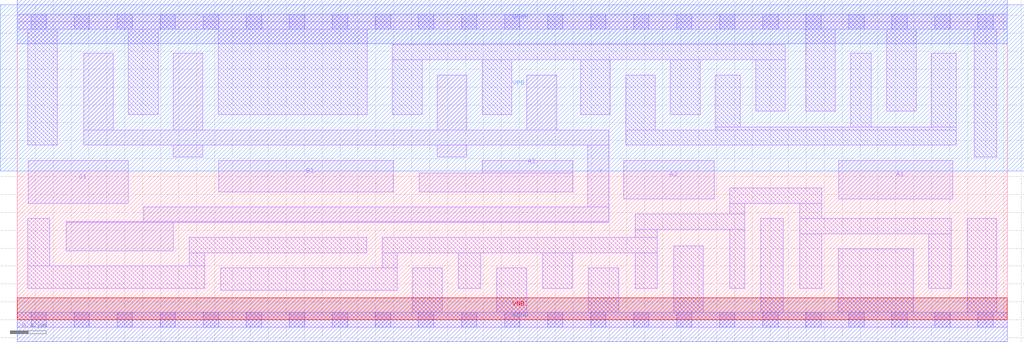
<source format=lef>
# Copyright 2020 The SkyWater PDK Authors
#
# Licensed under the Apache License, Version 2.0 (the "License");
# you may not use this file except in compliance with the License.
# You may obtain a copy of the License at
#
#     https://www.apache.org/licenses/LICENSE-2.0
#
# Unless required by applicable law or agreed to in writing, software
# distributed under the License is distributed on an "AS IS" BASIS,
# WITHOUT WARRANTIES OR CONDITIONS OF ANY KIND, either express or implied.
# See the License for the specific language governing permissions and
# limitations under the License.
#
# SPDX-License-Identifier: Apache-2.0

VERSION 5.7 ;
  NOWIREEXTENSIONATPIN ON ;
  DIVIDERCHAR "/" ;
  BUSBITCHARS "[]" ;
MACRO sky130_fd_sc_ls__o311ai_4
  CLASS CORE ;
  FOREIGN sky130_fd_sc_ls__o311ai_4 ;
  ORIGIN  0.000000  0.000000 ;
  SIZE  11.04000 BY  3.330000 ;
  SYMMETRY X Y ;
  SITE unit ;
  PIN A1
    ANTENNAGATEAREA  1.116000 ;
    DIRECTION INPUT ;
    USE SIGNAL ;
    PORT
      LAYER li1 ;
        RECT 9.165000 1.350000 10.435000 1.780000 ;
    END
  END A1
  PIN A2
    ANTENNAGATEAREA  1.116000 ;
    DIRECTION INPUT ;
    USE SIGNAL ;
    PORT
      LAYER li1 ;
        RECT 6.765000 1.350000 7.775000 1.780000 ;
    END
  END A2
  PIN A3
    ANTENNAGATEAREA  1.116000 ;
    DIRECTION INPUT ;
    USE SIGNAL ;
    PORT
      LAYER li1 ;
        RECT 4.485000 1.430000 6.195000 1.640000 ;
        RECT 5.185000 1.640000 6.195000 1.780000 ;
    END
  END A3
  PIN B1
    ANTENNAGATEAREA  0.780000 ;
    DIRECTION INPUT ;
    USE SIGNAL ;
    PORT
      LAYER li1 ;
        RECT 2.245000 1.430000 4.195000 1.780000 ;
    END
  END B1
  PIN C1
    ANTENNAGATEAREA  0.780000 ;
    DIRECTION INPUT ;
    USE SIGNAL ;
    PORT
      LAYER li1 ;
        RECT 0.125000 1.300000 1.240000 1.780000 ;
    END
  END C1
  PIN VNB
    PORT
      LAYER pwell ;
        RECT 0.000000 0.000000 11.040000 0.245000 ;
    END
  END VNB
  PIN VPB
    PORT
      LAYER nwell ;
        RECT -0.190000 1.660000 11.230000 3.520000 ;
    END
  END VPB
  PIN Y
    ANTENNADIFFAREA  2.271700 ;
    DIRECTION OUTPUT ;
    USE SIGNAL ;
    PORT
      LAYER li1 ;
        RECT 0.545000 0.770000 1.740000 1.090000 ;
        RECT 0.545000 1.090000 6.595000 1.100000 ;
        RECT 0.740000 1.950000 6.595000 2.120000 ;
        RECT 0.740000 2.120000 1.070000 2.980000 ;
        RECT 1.410000 1.100000 6.595000 1.260000 ;
        RECT 1.740000 1.820000 2.070000 1.950000 ;
        RECT 1.740000 2.120000 2.070000 2.980000 ;
        RECT 4.685000 1.820000 5.015000 1.950000 ;
        RECT 4.685000 2.120000 5.015000 2.735000 ;
        RECT 5.685000 2.120000 6.015000 2.735000 ;
        RECT 6.365000 1.260000 6.595000 1.950000 ;
    END
  END Y
  PIN VGND
    DIRECTION INOUT ;
    SHAPE ABUTMENT ;
    USE GROUND ;
    PORT
      LAYER met1 ;
        RECT 0.000000 -0.245000 11.040000 0.245000 ;
    END
  END VGND
  PIN VPWR
    DIRECTION INOUT ;
    SHAPE ABUTMENT ;
    USE POWER ;
    PORT
      LAYER met1 ;
        RECT 0.000000 3.085000 11.040000 3.575000 ;
    END
  END VPWR
  OBS
    LAYER li1 ;
      RECT  0.000000 -0.085000 11.040000 0.085000 ;
      RECT  0.000000  3.245000 11.040000 3.415000 ;
      RECT  0.115000  0.350000  2.090000 0.600000 ;
      RECT  0.115000  0.600000  0.365000 1.130000 ;
      RECT  0.115000  1.950000  0.445000 3.245000 ;
      RECT  1.240000  2.290000  1.570000 3.245000 ;
      RECT  1.920000  0.600000  2.090000 0.750000 ;
      RECT  1.920000  0.750000  3.900000 0.920000 ;
      RECT  2.240000  2.290000  3.905000 3.245000 ;
      RECT  2.270000  0.330000  4.240000 0.580000 ;
      RECT  4.070000  0.580000  4.240000 0.750000 ;
      RECT  4.070000  0.750000  7.140000 0.920000 ;
      RECT  4.185000  2.290000  4.515000 2.905000 ;
      RECT  4.185000  2.905000  8.565000 3.075000 ;
      RECT  4.410000  0.085000  4.740000 0.580000 ;
      RECT  4.920000  0.350000  5.170000 0.750000 ;
      RECT  5.185000  2.290000  5.515000 2.905000 ;
      RECT  5.350000  0.085000  5.680000 0.580000 ;
      RECT  5.860000  0.350000  6.190000 0.750000 ;
      RECT  6.285000  2.290000  6.615000 2.905000 ;
      RECT  6.370000  0.085000  6.710000 0.580000 ;
      RECT  6.785000  1.950000 10.475000 2.120000 ;
      RECT  6.785000  2.120000  7.115000 2.735000 ;
      RECT  6.890000  0.350000  7.140000 0.750000 ;
      RECT  6.890000  0.920000  7.140000 1.010000 ;
      RECT  6.890000  1.010000  8.115000 1.180000 ;
      RECT  7.285000  2.290000  7.615000 2.905000 ;
      RECT  7.320000  0.085000  7.650000 0.825000 ;
      RECT  7.785000  2.120000 10.475000 2.150000 ;
      RECT  7.785000  2.150000  8.065000 2.735000 ;
      RECT  7.945000  0.350000  8.115000 1.010000 ;
      RECT  7.945000  1.180000  8.115000 1.300000 ;
      RECT  7.945000  1.300000  8.975000 1.470000 ;
      RECT  8.235000  2.330000  8.565000 2.905000 ;
      RECT  8.295000  0.085000  8.545000 1.130000 ;
      RECT  8.725000  0.350000  8.975000 0.960000 ;
      RECT  8.725000  0.960000 10.415000 1.130000 ;
      RECT  8.725000  1.130000  8.975000 1.300000 ;
      RECT  8.795000  2.330000  9.125000 3.245000 ;
      RECT  9.155000  0.085000  9.995000 0.790000 ;
      RECT  9.295000  2.150000  9.525000 2.980000 ;
      RECT  9.695000  2.330000 10.025000 3.245000 ;
      RECT 10.165000  0.350000 10.415000 0.960000 ;
      RECT 10.195000  2.150000 10.475000 2.980000 ;
      RECT 10.595000  0.085000 10.925000 1.130000 ;
      RECT 10.675000  1.820000 10.925000 3.245000 ;
    LAYER mcon ;
      RECT  0.155000 -0.085000  0.325000 0.085000 ;
      RECT  0.155000  3.245000  0.325000 3.415000 ;
      RECT  0.635000 -0.085000  0.805000 0.085000 ;
      RECT  0.635000  3.245000  0.805000 3.415000 ;
      RECT  1.115000 -0.085000  1.285000 0.085000 ;
      RECT  1.115000  3.245000  1.285000 3.415000 ;
      RECT  1.595000 -0.085000  1.765000 0.085000 ;
      RECT  1.595000  3.245000  1.765000 3.415000 ;
      RECT  2.075000 -0.085000  2.245000 0.085000 ;
      RECT  2.075000  3.245000  2.245000 3.415000 ;
      RECT  2.555000 -0.085000  2.725000 0.085000 ;
      RECT  2.555000  3.245000  2.725000 3.415000 ;
      RECT  3.035000 -0.085000  3.205000 0.085000 ;
      RECT  3.035000  3.245000  3.205000 3.415000 ;
      RECT  3.515000 -0.085000  3.685000 0.085000 ;
      RECT  3.515000  3.245000  3.685000 3.415000 ;
      RECT  3.995000 -0.085000  4.165000 0.085000 ;
      RECT  3.995000  3.245000  4.165000 3.415000 ;
      RECT  4.475000 -0.085000  4.645000 0.085000 ;
      RECT  4.475000  3.245000  4.645000 3.415000 ;
      RECT  4.955000 -0.085000  5.125000 0.085000 ;
      RECT  4.955000  3.245000  5.125000 3.415000 ;
      RECT  5.435000 -0.085000  5.605000 0.085000 ;
      RECT  5.435000  3.245000  5.605000 3.415000 ;
      RECT  5.915000 -0.085000  6.085000 0.085000 ;
      RECT  5.915000  3.245000  6.085000 3.415000 ;
      RECT  6.395000 -0.085000  6.565000 0.085000 ;
      RECT  6.395000  3.245000  6.565000 3.415000 ;
      RECT  6.875000 -0.085000  7.045000 0.085000 ;
      RECT  6.875000  3.245000  7.045000 3.415000 ;
      RECT  7.355000 -0.085000  7.525000 0.085000 ;
      RECT  7.355000  3.245000  7.525000 3.415000 ;
      RECT  7.835000 -0.085000  8.005000 0.085000 ;
      RECT  7.835000  3.245000  8.005000 3.415000 ;
      RECT  8.315000 -0.085000  8.485000 0.085000 ;
      RECT  8.315000  3.245000  8.485000 3.415000 ;
      RECT  8.795000 -0.085000  8.965000 0.085000 ;
      RECT  8.795000  3.245000  8.965000 3.415000 ;
      RECT  9.275000 -0.085000  9.445000 0.085000 ;
      RECT  9.275000  3.245000  9.445000 3.415000 ;
      RECT  9.755000 -0.085000  9.925000 0.085000 ;
      RECT  9.755000  3.245000  9.925000 3.415000 ;
      RECT 10.235000 -0.085000 10.405000 0.085000 ;
      RECT 10.235000  3.245000 10.405000 3.415000 ;
      RECT 10.715000 -0.085000 10.885000 0.085000 ;
      RECT 10.715000  3.245000 10.885000 3.415000 ;
  END
END sky130_fd_sc_ls__o311ai_4
END LIBRARY

</source>
